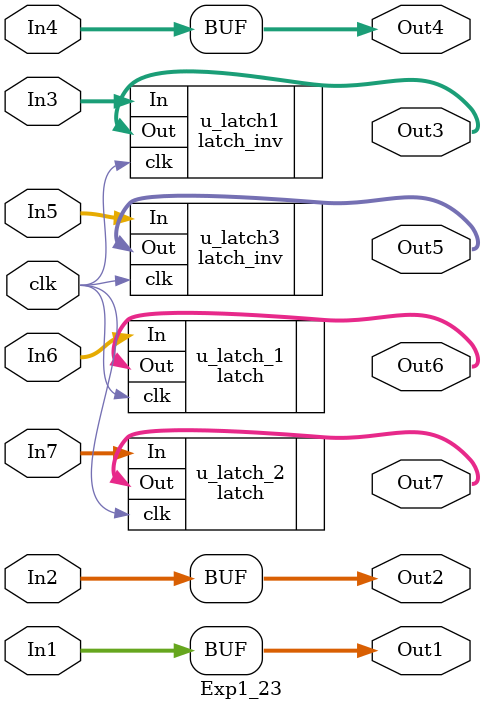
<source format=v>



`timescale 1 ns / 1 ns

module Exp1_23
          (clk,
           In1,
           In2,
           In3,
           In4,
           In5,
           In6,
           In7,
           Out1,
           Out2,
           Out3,
           Out4,
           Out5,
           Out6,
           Out7);


  input   clk;
  input   [31:0] In1;  // uint32
  input   [31:0] In2;  // uint32
  input   [31:0] In3;  // uint32
  input   [31:0] In4;  // uint32
  input   [31:0] In5;  // uint32
  input   [31:0] In6;  // uint32
  input   [31:0] In7;  // uint32
  output  [31:0] Out1;  // uint32
  output  [31:0] Out2;  // uint32
  output  [31:0] Out3;  // uint32
  output  [31:0] Out4;  // uint32
  output  [31:0] Out5;  // uint32
  output  [31:0] Out6;  // uint32
  output  [31:0] Out7;  // uint32


  reg [31:0] Delay9_out1;  // uint32
  reg [31:0] Delay8_out1;  // uint32
  reg [31:0] Delay1_out1;  // uint32
  reg [31:0] Delay2_out1;  // uint32
  reg [31:0] Delay3_out1;  // uint32


  assign Out1 = In1;

  assign Out2 = In2;

 latch_inv u_latch1 (.clk(clk),.In(In3),.Out(Out3));
 latch_inv u_latch3 (.clk(clk),.In(In5),.Out(Out5));


 latch u_latch_1(.clk(clk),.In(In6),.Out(Out6));
 latch u_latch_2(.clk(clk),.In(In7),.Out(Out7));


  assign Out4 = In4;

  endmodule  // Exp1_23


</source>
